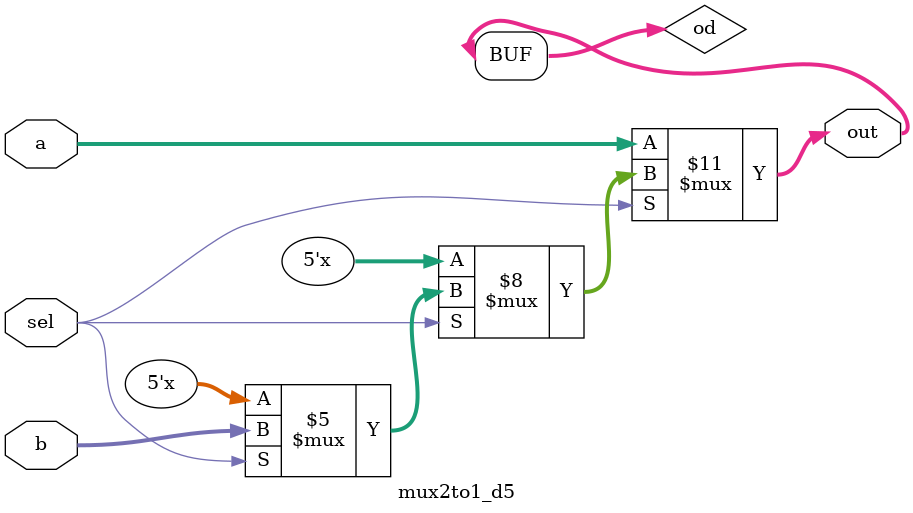
<source format=v>
`timescale 1ns / 1ps


module mux2to1_d5 #(parameter N = 5)
   (output [N-1:0]out,
   input [N-1:0 ]a,b, // ÊäÈëÊý¾Ý
   input sel // Ñ¡ÔñÎ»
    );
reg [N-1:0]od;
assign out = od;
always @(*)
begin
    if(sel == 0)
        od = a;
    else if(sel == 1)
        od = b;
    else
        od = od;
end
endmodule

</source>
